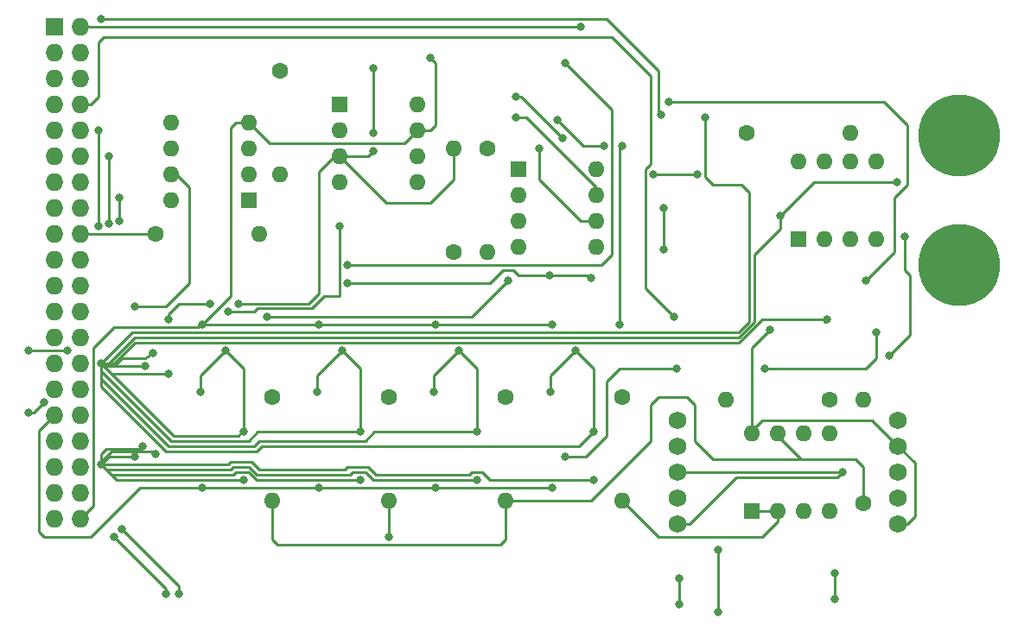
<source format=gbl>
G04 #@! TF.GenerationSoftware,KiCad,Pcbnew,(2017-12-02 revision 3109343)-master*
G04 #@! TF.CreationDate,2018-01-03T05:08:22-05:00*
G04 #@! TF.ProjectId,multislope,6D756C7469736C6F70652E6B69636164,rev?*
G04 #@! TF.SameCoordinates,Original*
G04 #@! TF.FileFunction,Copper,L2,Bot,Signal*
G04 #@! TF.FilePolarity,Positive*
%FSLAX46Y46*%
G04 Gerber Fmt 4.6, Leading zero omitted, Abs format (unit mm)*
G04 Created by KiCad (PCBNEW (2017-12-02 revision 3109343)-master) date Wed Jan  3 05:08:22 2018*
%MOMM*%
%LPD*%
G01*
G04 APERTURE LIST*
%ADD10O,1.600000X1.600000*%
%ADD11C,1.600000*%
%ADD12O,1.727200X1.727200*%
%ADD13R,1.727200X1.727200*%
%ADD14C,8.000000*%
%ADD15C,1.727200*%
%ADD16R,1.600000X1.600000*%
%ADD17C,0.800000*%
%ADD18C,0.250000*%
G04 APERTURE END LIST*
D10*
X180086000Y-125222000D03*
D11*
X180086000Y-115062000D03*
X191516000Y-115062000D03*
D10*
X191516000Y-125222000D03*
X168656000Y-125222000D03*
D11*
X168656000Y-115062000D03*
D12*
X138430000Y-127000000D03*
X135890000Y-127000000D03*
X138430000Y-124460000D03*
X135890000Y-124460000D03*
X138430000Y-121920000D03*
X135890000Y-121920000D03*
X138430000Y-119380000D03*
X135890000Y-119380000D03*
X138430000Y-116840000D03*
X135890000Y-116840000D03*
X138430000Y-114300000D03*
X135890000Y-114300000D03*
X138430000Y-111760000D03*
X135890000Y-111760000D03*
X138430000Y-109220000D03*
X135890000Y-109220000D03*
X138430000Y-106680000D03*
X135890000Y-106680000D03*
X138430000Y-104140000D03*
X135890000Y-104140000D03*
X138430000Y-101600000D03*
X135890000Y-101600000D03*
X138430000Y-99060000D03*
X135890000Y-99060000D03*
X138430000Y-96520000D03*
X135890000Y-96520000D03*
X138430000Y-93980000D03*
X135890000Y-93980000D03*
X138430000Y-91440000D03*
X135890000Y-91440000D03*
X138430000Y-88900000D03*
X135890000Y-88900000D03*
X138430000Y-86360000D03*
X135890000Y-86360000D03*
X138430000Y-83820000D03*
X135890000Y-83820000D03*
X138430000Y-81280000D03*
X135890000Y-81280000D03*
X138430000Y-78740000D03*
D13*
X135890000Y-78740000D03*
D14*
X224536000Y-102108000D03*
X224536000Y-89408000D03*
D11*
X157226000Y-115062000D03*
D10*
X157226000Y-125222000D03*
X213868000Y-89154000D03*
D11*
X203708000Y-89154000D03*
D15*
X196977000Y-117348000D03*
X196977000Y-119888000D03*
X196977000Y-122428000D03*
X196977000Y-124968000D03*
X196977000Y-127508000D03*
X218567000Y-119888000D03*
X218567000Y-122428000D03*
X218567000Y-117348000D03*
X218567000Y-124968000D03*
X218567000Y-127508000D03*
D10*
X208788000Y-91948000D03*
X216408000Y-99568000D03*
X211328000Y-91948000D03*
X213868000Y-99568000D03*
X213868000Y-91948000D03*
X211328000Y-99568000D03*
X216408000Y-91948000D03*
D16*
X208788000Y-99568000D03*
D11*
X157988000Y-83058000D03*
D10*
X157988000Y-93218000D03*
X201676000Y-115316000D03*
D11*
X211836000Y-115316000D03*
X215138000Y-125476000D03*
D10*
X215138000Y-115316000D03*
X155956000Y-99060000D03*
D11*
X145796000Y-99060000D03*
X178308000Y-90678000D03*
D10*
X178308000Y-100838000D03*
X175006000Y-90678000D03*
D11*
X175006000Y-100838000D03*
D16*
X204216000Y-126238000D03*
D10*
X211836000Y-118618000D03*
X206756000Y-126238000D03*
X209296000Y-118618000D03*
X209296000Y-126238000D03*
X206756000Y-118618000D03*
X211836000Y-126238000D03*
X204216000Y-118618000D03*
X171450000Y-86360000D03*
X163830000Y-93980000D03*
X171450000Y-88900000D03*
X163830000Y-91440000D03*
X171450000Y-91440000D03*
X163830000Y-88900000D03*
X171450000Y-93980000D03*
D16*
X163830000Y-86360000D03*
D10*
X188976000Y-92710000D03*
X181356000Y-100330000D03*
X188976000Y-95250000D03*
X181356000Y-97790000D03*
X188976000Y-97790000D03*
X181356000Y-95250000D03*
X188976000Y-100330000D03*
D16*
X181356000Y-92710000D03*
X154940000Y-95758000D03*
D10*
X147320000Y-88138000D03*
X154940000Y-93218000D03*
X147320000Y-90678000D03*
X154940000Y-90678000D03*
X147320000Y-93218000D03*
X154940000Y-88138000D03*
X147320000Y-95758000D03*
D17*
X181102000Y-85598000D03*
X185674000Y-89662000D03*
X183388000Y-90678000D03*
X205994000Y-108458000D03*
X198882000Y-93218000D03*
X194564000Y-93218000D03*
X181102000Y-87630000D03*
X172720000Y-81788000D03*
X150368000Y-107950000D03*
X161798000Y-107950000D03*
X173228000Y-107950000D03*
X184658000Y-107950000D03*
X156718000Y-107188000D03*
X180340000Y-103632000D03*
X145796000Y-120650000D03*
X144526000Y-119888000D03*
X163830000Y-98298000D03*
X152908000Y-106680000D03*
X141732000Y-128778000D03*
X146812000Y-134366000D03*
X142494000Y-128016000D03*
X148082000Y-134366000D03*
X212344000Y-134874000D03*
X212344000Y-132334000D03*
X219202000Y-99314000D03*
X217678000Y-110998000D03*
X191262000Y-107950000D03*
X191516000Y-90424000D03*
X189738000Y-90424000D03*
X185166000Y-87884000D03*
X195580000Y-100584000D03*
X195580000Y-96520000D03*
X143764000Y-120904000D03*
X143764000Y-106172000D03*
X140462000Y-121666000D03*
X154432000Y-123190000D03*
X165862000Y-123190000D03*
X177292000Y-123190000D03*
X188722000Y-123190000D03*
X137160000Y-110490000D03*
X133350000Y-110490000D03*
X134874000Y-115570000D03*
X133350000Y-116586000D03*
X197104000Y-135382000D03*
X197104000Y-132842000D03*
X200914000Y-136144000D03*
X200914000Y-130048000D03*
X213106000Y-122428000D03*
X164592000Y-103886000D03*
X145542000Y-110744000D03*
X164592000Y-102108000D03*
X153924000Y-105918000D03*
X151130000Y-105918000D03*
X147066000Y-112776000D03*
X147066000Y-107442000D03*
X184404000Y-103124000D03*
X188468000Y-103378000D03*
X144780000Y-112014000D03*
X185928000Y-82296000D03*
X199644000Y-87630000D03*
X167132000Y-90932000D03*
X167132000Y-89154000D03*
X167132000Y-82804000D03*
X140462000Y-111760000D03*
X218440000Y-93980000D03*
X207010000Y-97282000D03*
X211582000Y-107442000D03*
X175514000Y-110490000D03*
X173037500Y-114554000D03*
X177292000Y-118491000D03*
X188722000Y-118491000D03*
X184467500Y-114554000D03*
X186944000Y-110490000D03*
X164084000Y-110490000D03*
X161607500Y-114554000D03*
X165862000Y-118491000D03*
X154432000Y-118491000D03*
X150177500Y-114554000D03*
X152654000Y-110490000D03*
X168656000Y-128778000D03*
X196596000Y-107188000D03*
X141224000Y-91440000D03*
X141224000Y-98044000D03*
X142240000Y-95504000D03*
X142240000Y-97790000D03*
X140208000Y-88900000D03*
X140208000Y-98298000D03*
X140462000Y-77978000D03*
X195326000Y-87376000D03*
X187452000Y-78740000D03*
X216408000Y-108712000D03*
X205486000Y-112268000D03*
X196850000Y-112268000D03*
X185928000Y-120904000D03*
X196088000Y-86106000D03*
X215392000Y-103632000D03*
X173228000Y-123952000D03*
X161798000Y-123952000D03*
X150368000Y-123952000D03*
X184658000Y-123952000D03*
D18*
X181610000Y-85598000D02*
X181102000Y-85598000D01*
X185674000Y-89662000D02*
X181610000Y-85598000D01*
X188976000Y-97790000D02*
X187452000Y-97790000D01*
X183388000Y-93726000D02*
X183388000Y-90678000D01*
X187452000Y-97790000D02*
X183388000Y-93726000D01*
X218567000Y-119888000D02*
X220218000Y-121539000D01*
X219456000Y-127508000D02*
X218567000Y-127508000D01*
X220218000Y-126746000D02*
X219456000Y-127508000D01*
X220218000Y-121539000D02*
X220218000Y-126746000D01*
X204216000Y-118618000D02*
X204216000Y-118364000D01*
X204216000Y-118364000D02*
X205232000Y-117348000D01*
X216027000Y-117348000D02*
X218567000Y-119888000D01*
X205232000Y-117348000D02*
X216027000Y-117348000D01*
X204216000Y-110236000D02*
X204216000Y-118618000D01*
X205994000Y-108458000D02*
X204216000Y-110236000D01*
X141732000Y-108204000D02*
X139700000Y-110236000D01*
X195072000Y-93218000D02*
X194564000Y-93218000D01*
X198882000Y-93218000D02*
X195072000Y-93218000D01*
X188976000Y-95250000D02*
X188976000Y-94488000D01*
X188976000Y-94488000D02*
X182118000Y-87630000D01*
X182118000Y-87630000D02*
X181102000Y-87630000D01*
X150368000Y-107950000D02*
X150171998Y-107950000D01*
X149917998Y-108204000D02*
X141732000Y-108204000D01*
X150171998Y-107950000D02*
X149917998Y-108204000D01*
X153162000Y-103632000D02*
X153162000Y-105156000D01*
X153162000Y-105156000D02*
X150368000Y-107950000D01*
X154940000Y-88138000D02*
X153670000Y-88138000D01*
X153162000Y-88646000D02*
X153162000Y-103632000D01*
X153162000Y-103632000D02*
X153162000Y-103886000D01*
X153670000Y-88138000D02*
X153162000Y-88646000D01*
X154940000Y-88138000D02*
X156972000Y-90170000D01*
X170180000Y-90170000D02*
X171450000Y-88900000D01*
X156972000Y-90170000D02*
X170180000Y-90170000D01*
X139700000Y-120904000D02*
X139700000Y-125730000D01*
X139700000Y-110236000D02*
X139700000Y-120904000D01*
X139700000Y-125730000D02*
X138430000Y-127000000D01*
X172720000Y-88900000D02*
X171450000Y-88900000D01*
X173228000Y-88392000D02*
X172720000Y-88900000D01*
X173228000Y-82296000D02*
X173228000Y-88392000D01*
X172720000Y-81788000D02*
X173228000Y-82296000D01*
X161798000Y-107950000D02*
X150368000Y-107950000D01*
X173228000Y-107950000D02*
X161798000Y-107950000D01*
X184658000Y-107950000D02*
X173228000Y-107950000D01*
X176784000Y-107188000D02*
X158242000Y-107188000D01*
X180340000Y-103632000D02*
X176784000Y-107188000D01*
X158242000Y-107188000D02*
X156718000Y-107188000D01*
X140462000Y-121412000D02*
X140462000Y-121666000D01*
X141478000Y-120396000D02*
X140462000Y-121412000D01*
X145542000Y-120396000D02*
X141478000Y-120396000D01*
X145796000Y-120650000D02*
X145542000Y-120396000D01*
X140462000Y-120650000D02*
X140462000Y-121666000D01*
X140970000Y-120142000D02*
X140462000Y-120650000D01*
X144272000Y-120142000D02*
X140970000Y-120142000D01*
X144526000Y-119888000D02*
X144272000Y-120142000D01*
X163830000Y-105156000D02*
X162306000Y-105156000D01*
X163830000Y-98298000D02*
X163830000Y-104648000D01*
X163830000Y-104648000D02*
X163830000Y-105156000D01*
X155448000Y-106680000D02*
X152908000Y-106680000D01*
X155759998Y-106368002D02*
X155448000Y-106680000D01*
X161093998Y-106368002D02*
X155759998Y-106368002D01*
X162306000Y-105156000D02*
X161093998Y-106368002D01*
X146812000Y-133858000D02*
X141732000Y-128778000D01*
X146812000Y-134366000D02*
X146812000Y-133858000D01*
X148082000Y-133604000D02*
X142494000Y-128016000D01*
X148082000Y-134366000D02*
X148082000Y-133604000D01*
X212344000Y-132334000D02*
X212344000Y-134874000D01*
X219202000Y-99314000D02*
X219202000Y-102616000D01*
X219202000Y-102616000D02*
X219710000Y-103124000D01*
X219710000Y-103124000D02*
X219710000Y-108966000D01*
X219710000Y-108966000D02*
X217678000Y-110998000D01*
X191262000Y-90678000D02*
X191262000Y-106934000D01*
X191516000Y-90424000D02*
X191262000Y-90678000D01*
X187706000Y-90424000D02*
X189738000Y-90424000D01*
X185166000Y-87884000D02*
X187706000Y-90424000D01*
X191262000Y-106934000D02*
X191262000Y-107950000D01*
X195580000Y-96520000D02*
X195580000Y-100584000D01*
X149098000Y-103886000D02*
X146812000Y-106172000D01*
X149098000Y-94488000D02*
X149098000Y-103886000D01*
X147828000Y-93218000D02*
X149098000Y-94488000D01*
X141224000Y-120904000D02*
X140462000Y-121666000D01*
X143764000Y-120904000D02*
X141224000Y-120904000D01*
X146812000Y-106172000D02*
X143764000Y-106172000D01*
X147320000Y-93218000D02*
X147828000Y-93218000D01*
X138684000Y-121666000D02*
X138430000Y-121920000D01*
X147574000Y-123190000D02*
X141986000Y-123190000D01*
X141986000Y-123190000D02*
X140462000Y-121666000D01*
X147574000Y-123190000D02*
X154432000Y-123190000D01*
X147574000Y-122682000D02*
X141478000Y-122682000D01*
X155702000Y-123190000D02*
X154940000Y-122428000D01*
X154940000Y-122428000D02*
X153670000Y-122428000D01*
X153670000Y-122428000D02*
X153416000Y-122682000D01*
X153416000Y-122682000D02*
X147574000Y-122682000D01*
X165862000Y-123190000D02*
X155702000Y-123190000D01*
X141478000Y-122682000D02*
X140462000Y-121666000D01*
X147574000Y-122174000D02*
X140970000Y-122174000D01*
X140970000Y-122174000D02*
X140462000Y-121666000D01*
X177292000Y-123190000D02*
X167132000Y-123190000D01*
X167132000Y-123190000D02*
X166370000Y-122428000D01*
X166370000Y-122428000D02*
X165100000Y-122428000D01*
X165100000Y-122428000D02*
X164846000Y-122682000D01*
X164846000Y-122682000D02*
X155702000Y-122682000D01*
X155702000Y-122682000D02*
X154940000Y-121920000D01*
X154940000Y-121920000D02*
X153416000Y-121920000D01*
X153416000Y-121920000D02*
X153162000Y-122174000D01*
X153162000Y-122174000D02*
X147574000Y-122174000D01*
X176784000Y-122428000D02*
X176530000Y-122682000D01*
X140462000Y-121666000D02*
X147574000Y-121666000D01*
X178562000Y-123190000D02*
X177800000Y-122428000D01*
X177800000Y-122428000D02*
X176784000Y-122428000D01*
X153162000Y-121412000D02*
X152908000Y-121666000D01*
X155194000Y-121412000D02*
X153162000Y-121412000D01*
X155956000Y-122174000D02*
X155194000Y-121412000D01*
X164338000Y-122174000D02*
X155956000Y-122174000D01*
X164592000Y-121920000D02*
X164338000Y-122174000D01*
X166624000Y-121920000D02*
X164592000Y-121920000D01*
X167386000Y-122682000D02*
X166624000Y-121920000D01*
X176530000Y-122682000D02*
X167386000Y-122682000D01*
X152908000Y-121666000D02*
X147574000Y-121666000D01*
X188722000Y-123190000D02*
X178562000Y-123190000D01*
X133350000Y-110490000D02*
X137160000Y-110490000D01*
X134874000Y-115570000D02*
X133858000Y-116586000D01*
X133858000Y-116586000D02*
X133350000Y-116586000D01*
X197104000Y-132842000D02*
X197104000Y-135382000D01*
X200914000Y-130048000D02*
X200914000Y-136144000D01*
X196977000Y-127508000D02*
X198120000Y-127508000D01*
X212598000Y-122936000D02*
X213106000Y-122428000D01*
X202692000Y-122936000D02*
X212598000Y-122936000D01*
X198120000Y-127508000D02*
X202692000Y-122936000D01*
X196977000Y-122428000D02*
X213106000Y-122428000D01*
X178562000Y-103886000D02*
X164592000Y-103886000D01*
X179832000Y-102616000D02*
X178562000Y-103886000D01*
X180848000Y-102616000D02*
X179832000Y-102616000D01*
X181356000Y-103124000D02*
X180848000Y-102616000D01*
X184404000Y-103124000D02*
X181356000Y-103124000D01*
X141732000Y-112014000D02*
X142494000Y-111252000D01*
X144780000Y-111252000D02*
X142494000Y-111252000D01*
X145542000Y-110744000D02*
X144780000Y-111252000D01*
X190500000Y-101092000D02*
X189484000Y-102108000D01*
X189484000Y-102108000D02*
X164592000Y-102108000D01*
X190500000Y-100584000D02*
X190500000Y-101092000D01*
X147066000Y-107188000D02*
X147066000Y-107442000D01*
X161798000Y-104902000D02*
X160782000Y-105918000D01*
X160782000Y-105918000D02*
X153924000Y-105918000D01*
X151130000Y-105918000D02*
X148082000Y-105918000D01*
X148082000Y-105918000D02*
X147066000Y-106934000D01*
X147066000Y-106934000D02*
X147066000Y-107188000D01*
X163322000Y-91440000D02*
X161798000Y-92964000D01*
X161798000Y-92964000D02*
X161798000Y-104140000D01*
X161798000Y-104140000D02*
X161798000Y-104902000D01*
X141478000Y-112776000D02*
X140462000Y-111760000D01*
X146558000Y-112776000D02*
X141478000Y-112776000D01*
X147066000Y-112776000D02*
X146558000Y-112776000D01*
X188214000Y-103124000D02*
X184404000Y-103124000D01*
X188468000Y-103378000D02*
X188214000Y-103124000D01*
X144780000Y-112014000D02*
X141732000Y-112014000D01*
X140716000Y-112014000D02*
X140462000Y-111760000D01*
X141732000Y-112014000D02*
X140716000Y-112014000D01*
X190500000Y-86868000D02*
X190500000Y-100584000D01*
X185928000Y-82296000D02*
X190500000Y-86868000D01*
X199644000Y-87630000D02*
X199644000Y-93472000D01*
X203200000Y-94234000D02*
X203962000Y-94996000D01*
X200406000Y-94234000D02*
X203200000Y-94234000D01*
X199644000Y-93472000D02*
X200406000Y-94234000D01*
X203962000Y-107442000D02*
X203962000Y-107696000D01*
X203962000Y-94996000D02*
X203962000Y-107442000D01*
X203962000Y-107696000D02*
X202946000Y-108712000D01*
X202946000Y-108712000D02*
X143510000Y-108712000D01*
X143510000Y-108712000D02*
X140462000Y-111760000D01*
X204978000Y-107696000D02*
X202946000Y-109728000D01*
X205232000Y-107442000D02*
X204978000Y-107696000D01*
X211582000Y-107442000D02*
X205232000Y-107442000D01*
X141732000Y-111760000D02*
X140462000Y-111760000D01*
X143764000Y-109728000D02*
X141732000Y-111760000D01*
X202946000Y-109728000D02*
X143764000Y-109728000D01*
X204470000Y-107696000D02*
X202946000Y-109220000D01*
X207010000Y-98552000D02*
X207010000Y-97282000D01*
X204470000Y-101092000D02*
X204470000Y-106934000D01*
X207010000Y-98552000D02*
X204470000Y-101092000D01*
X204470000Y-107696000D02*
X204470000Y-106934000D01*
X202946000Y-109220000D02*
X143764000Y-109220000D01*
X143764000Y-109220000D02*
X141224000Y-111760000D01*
X141224000Y-111760000D02*
X140462000Y-111760000D01*
X163830000Y-91440000D02*
X163322000Y-91440000D01*
X175006000Y-90678000D02*
X175006000Y-93726000D01*
X168402000Y-96012000D02*
X163830000Y-91440000D01*
X172720000Y-96012000D02*
X168402000Y-96012000D01*
X175006000Y-93726000D02*
X172720000Y-96012000D01*
X166624000Y-91440000D02*
X163830000Y-91440000D01*
X167132000Y-90932000D02*
X166624000Y-91440000D01*
X167132000Y-82804000D02*
X167132000Y-89154000D01*
X147828000Y-120396000D02*
X146812000Y-120396000D01*
X146812000Y-120396000D02*
X140462000Y-114046000D01*
X140462000Y-114046000D02*
X140462000Y-111760000D01*
X147828000Y-120396000D02*
X155702000Y-120396000D01*
X187325000Y-119888000D02*
X156464000Y-119888000D01*
X156464000Y-119888000D02*
X156210000Y-119888000D01*
X156210000Y-119888000D02*
X155702000Y-120396000D01*
X188722000Y-118491000D02*
X187325000Y-119888000D01*
X147828000Y-119888000D02*
X147066000Y-119888000D01*
X156210000Y-119380000D02*
X155956000Y-119380000D01*
X167259000Y-118491000D02*
X166370000Y-119380000D01*
X166370000Y-119380000D02*
X156210000Y-119380000D01*
X177292000Y-118491000D02*
X167259000Y-118491000D01*
X155956000Y-119380000D02*
X155448000Y-119888000D01*
X147828000Y-119888000D02*
X155448000Y-119888000D01*
X140462000Y-113284000D02*
X140462000Y-111760000D01*
X147066000Y-119888000D02*
X140462000Y-113284000D01*
X147828000Y-119380000D02*
X147320000Y-119380000D01*
X147320000Y-119380000D02*
X140462000Y-112522000D01*
X140462000Y-112522000D02*
X140462000Y-111760000D01*
X165862000Y-118491000D02*
X155829000Y-118491000D01*
X154940000Y-119380000D02*
X147828000Y-119380000D01*
X155829000Y-118491000D02*
X154940000Y-119380000D01*
X147828000Y-118872000D02*
X147574000Y-118872000D01*
X154305000Y-118491000D02*
X153924000Y-118872000D01*
X153924000Y-118872000D02*
X147828000Y-118872000D01*
X154432000Y-118491000D02*
X154305000Y-118491000D01*
X147574000Y-118872000D02*
X140462000Y-111760000D01*
X210312000Y-93980000D02*
X218440000Y-93980000D01*
X207010000Y-97282000D02*
X210312000Y-93980000D01*
X211582000Y-107442000D02*
X211328000Y-107696000D01*
X177038000Y-112014000D02*
X175514000Y-110490000D01*
X177292000Y-112268000D02*
X177038000Y-112014000D01*
X177292000Y-112331500D02*
X177292000Y-112268000D01*
X173037500Y-112966500D02*
X173037500Y-114046000D01*
X173037500Y-114046000D02*
X173037500Y-114554000D01*
X175514000Y-110490000D02*
X173037500Y-112966500D01*
X177292000Y-112268000D02*
X177038000Y-112014000D01*
X177292000Y-112268000D02*
X177292000Y-118491000D01*
X188722000Y-112268000D02*
X188722000Y-118491000D01*
X188722000Y-112268000D02*
X188468000Y-112014000D01*
X186944000Y-110490000D02*
X184467500Y-112966500D01*
X184467500Y-114046000D02*
X184467500Y-114554000D01*
X184467500Y-112966500D02*
X184467500Y-114046000D01*
X188722000Y-112331500D02*
X188722000Y-112268000D01*
X188722000Y-112268000D02*
X188468000Y-112014000D01*
X188468000Y-112014000D02*
X186944000Y-110490000D01*
X165608000Y-112014000D02*
X164084000Y-110490000D01*
X165862000Y-112268000D02*
X165608000Y-112014000D01*
X165862000Y-112331500D02*
X165862000Y-112268000D01*
X161607500Y-112966500D02*
X161607500Y-114046000D01*
X161607500Y-114046000D02*
X161607500Y-114554000D01*
X164084000Y-110490000D02*
X161607500Y-112966500D01*
X165862000Y-112268000D02*
X165608000Y-112014000D01*
X165862000Y-112268000D02*
X165862000Y-118491000D01*
X154432000Y-112268000D02*
X154432000Y-118491000D01*
X154432000Y-112268000D02*
X154178000Y-112014000D01*
X152654000Y-110490000D02*
X150177500Y-112966500D01*
X150177500Y-114046000D02*
X150177500Y-114554000D01*
X150177500Y-112966500D02*
X150177500Y-114046000D01*
X154432000Y-112331500D02*
X154432000Y-112268000D01*
X154432000Y-112268000D02*
X154178000Y-112014000D01*
X154178000Y-112014000D02*
X152654000Y-110490000D01*
X145796000Y-99060000D02*
X138430000Y-99060000D01*
X180086000Y-125222000D02*
X188468000Y-125222000D01*
X200406000Y-121158000D02*
X209296000Y-121158000D01*
X198628000Y-119380000D02*
X200406000Y-121158000D01*
X198628000Y-115824000D02*
X198628000Y-119380000D01*
X197866000Y-115062000D02*
X198628000Y-115824000D01*
X195072000Y-115062000D02*
X197866000Y-115062000D01*
X194310000Y-115824000D02*
X195072000Y-115062000D01*
X194310000Y-119380000D02*
X194310000Y-115824000D01*
X188468000Y-125222000D02*
X194310000Y-119380000D01*
X206756000Y-118618000D02*
X206756000Y-118872000D01*
X206756000Y-118872000D02*
X209042000Y-121158000D01*
X209042000Y-121158000D02*
X209296000Y-121158000D01*
X209296000Y-121158000D02*
X214376000Y-121158000D01*
X215138000Y-121920000D02*
X215138000Y-125476000D01*
X214376000Y-121158000D02*
X215138000Y-121920000D01*
X157734000Y-129540000D02*
X157226000Y-129032000D01*
X157226000Y-129032000D02*
X157226000Y-125222000D01*
X157734000Y-129540000D02*
X179578000Y-129540000D01*
X180086000Y-129032000D02*
X180086000Y-125222000D01*
X179578000Y-129540000D02*
X180086000Y-129032000D01*
X204216000Y-126238000D02*
X206756000Y-126238000D01*
X206756000Y-126238000D02*
X206756000Y-127254000D01*
X195072000Y-128778000D02*
X191516000Y-125222000D01*
X205232000Y-128778000D02*
X195072000Y-128778000D01*
X206756000Y-127254000D02*
X205232000Y-128778000D01*
X168656000Y-125222000D02*
X168656000Y-128778000D01*
X194310000Y-83566000D02*
X194310000Y-92202000D01*
X196596000Y-107188000D02*
X194310000Y-104902000D01*
X194310000Y-83566000D02*
X190500000Y-79756000D01*
X190500000Y-79756000D02*
X140716000Y-79756000D01*
X140716000Y-79756000D02*
X140208000Y-80264000D01*
X140208000Y-80264000D02*
X140208000Y-85598000D01*
X140208000Y-85598000D02*
X139446000Y-86360000D01*
X138430000Y-86360000D02*
X139446000Y-86360000D01*
X193802000Y-104394000D02*
X194310000Y-104902000D01*
X193802000Y-92710000D02*
X193802000Y-104394000D01*
X194310000Y-92202000D02*
X193802000Y-92710000D01*
X141224000Y-98044000D02*
X141224000Y-91440000D01*
X142240000Y-96266000D02*
X142240000Y-95504000D01*
X142240000Y-97790000D02*
X142240000Y-96266000D01*
X140208000Y-98298000D02*
X140208000Y-88900000D01*
X189992000Y-77978000D02*
X140462000Y-77978000D01*
X195072000Y-83058000D02*
X189992000Y-77978000D01*
X195072000Y-87122000D02*
X195072000Y-83058000D01*
X195326000Y-87376000D02*
X195072000Y-87122000D01*
X138430000Y-78740000D02*
X187452000Y-78740000D01*
X189230000Y-119634000D02*
X187960000Y-120904000D01*
X216408000Y-108712000D02*
X216408000Y-111252000D01*
X216408000Y-111252000D02*
X215392000Y-112268000D01*
X215392000Y-112268000D02*
X205486000Y-112268000D01*
X196850000Y-112268000D02*
X192278000Y-112268000D01*
X192278000Y-112268000D02*
X191262000Y-112268000D01*
X191262000Y-112268000D02*
X189992000Y-113538000D01*
X189992000Y-113538000D02*
X189992000Y-118872000D01*
X189992000Y-118872000D02*
X189230000Y-119634000D01*
X187960000Y-120904000D02*
X185928000Y-120904000D01*
X217170000Y-86106000D02*
X196088000Y-86106000D01*
X219456000Y-88392000D02*
X217170000Y-86106000D01*
X219456000Y-94234000D02*
X219456000Y-88392000D01*
X218186000Y-95504000D02*
X219456000Y-94234000D01*
X218186000Y-100838000D02*
X218186000Y-95504000D01*
X215392000Y-103632000D02*
X218186000Y-100838000D01*
X150368000Y-123952000D02*
X144272000Y-123952000D01*
X134366000Y-118364000D02*
X135890000Y-116840000D01*
X134366000Y-128270000D02*
X134366000Y-118364000D01*
X134874000Y-128778000D02*
X134366000Y-128270000D01*
X139446000Y-128778000D02*
X134874000Y-128778000D01*
X144272000Y-123952000D02*
X139446000Y-128778000D01*
X184658000Y-123952000D02*
X173228000Y-123952000D01*
X161798000Y-123952000D02*
X173228000Y-123952000D01*
X150368000Y-123952000D02*
X161798000Y-123952000D01*
X184658000Y-123952000D02*
X184404000Y-123952000D01*
M02*

</source>
